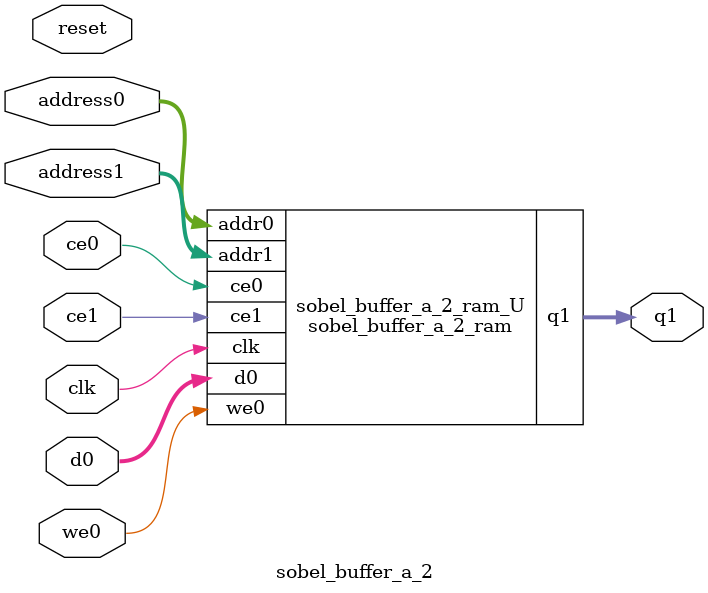
<source format=v>
`timescale 1 ns / 1 ps
module sobel_buffer_a_2_ram (addr0, ce0, d0, we0, addr1, ce1, q1,  clk);

parameter DWIDTH = 16;
parameter AWIDTH = 10;
parameter MEM_SIZE = 641;

input[AWIDTH-1:0] addr0;
input ce0;
input[DWIDTH-1:0] d0;
input we0;
input[AWIDTH-1:0] addr1;
input ce1;
output reg[DWIDTH-1:0] q1;
input clk;

reg [DWIDTH-1:0] ram[0:MEM_SIZE-1];




always @(posedge clk)  
begin 
    if (ce0) begin
        if (we0) 
            ram[addr0] <= d0; 
    end
end


always @(posedge clk)  
begin 
    if (ce1) begin
        q1 <= ram[addr1];
    end
end


endmodule

`timescale 1 ns / 1 ps
module sobel_buffer_a_2(
    reset,
    clk,
    address0,
    ce0,
    we0,
    d0,
    address1,
    ce1,
    q1);

parameter DataWidth = 32'd16;
parameter AddressRange = 32'd641;
parameter AddressWidth = 32'd10;
input reset;
input clk;
input[AddressWidth - 1:0] address0;
input ce0;
input we0;
input[DataWidth - 1:0] d0;
input[AddressWidth - 1:0] address1;
input ce1;
output[DataWidth - 1:0] q1;



sobel_buffer_a_2_ram sobel_buffer_a_2_ram_U(
    .clk( clk ),
    .addr0( address0 ),
    .ce0( ce0 ),
    .we0( we0 ),
    .d0( d0 ),
    .addr1( address1 ),
    .ce1( ce1 ),
    .q1( q1 ));

endmodule


</source>
